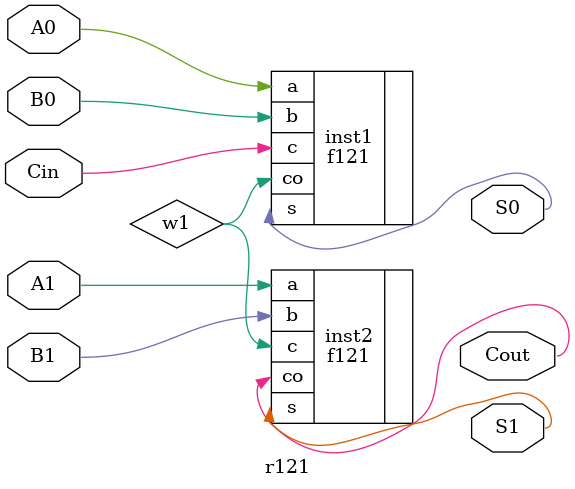
<source format=v>
module r121(
 input A0,
input A1,
input B0,
input B1,
input Cin,
output Cout,
output S1,
output S0
);
wire w1,w2;

/*example for instance
<modinst> <insname>(.internal f121(w.r.t f121 external))*/
f121 inst1(.a(A0) , .b(B0) , .c(Cin) , .co(w1) , .s(S0));
f121 inst2(.a(A1) , .b(B1) , .c(w1) , .co(Cout) , .s(S1));

endmodule

</source>
